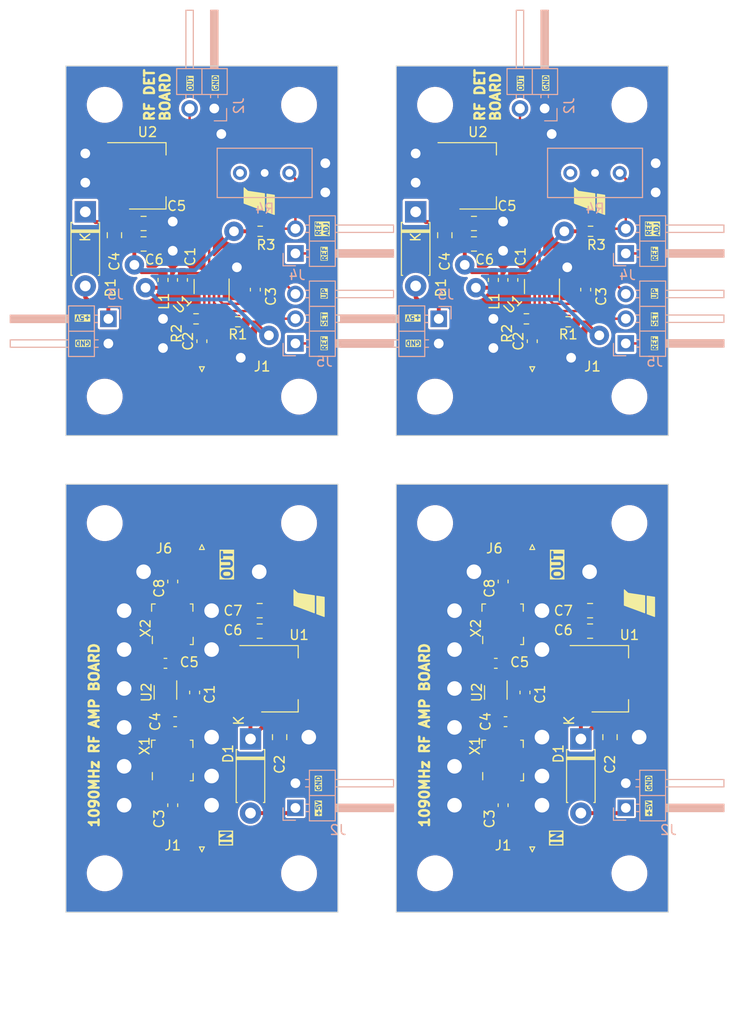
<source format=kicad_pcb>
(kicad_pcb (version 20221018) (generator pcbnew)
  (title_block (title "RF Detector Board") (date "2023-02-17") (rev "A") (company "Pants for Birds"))
  (layers (0 "F.Cu" signal) (31 "B.Cu" signal) (34 "B.Paste" user) (35 "F.Paste" user) (36 "B.SilkS" user "B.Silkscreen") (37 "F.SilkS" user "F.Silkscreen") (38 "B.Mask" user) (39 "F.Mask" user) (44 "Edge.Cuts" user))
  (net 0 "")
  (net 1 "GND")
  (net 2 "Net-(U1-RFIN)")
  (net 3 "Net-(U1-FLTR)")
  (net 4 "Net-(J5-Pin_3)")
  (net 5 "/OUT")
  (net 6 "+3V3")
  (net 7 "Net-(J4-Pin_1)")
  (net 8 "Net-(J4-Pin_2)")
  (net 9 "Net-(J5-Pin_2)")
  (net 10 "Net-(U1-ENBL)")
  (net 11 "/IN")
  (net 12 "+5V")
  (net 13 "Net-(U1-VPOS)")
  (net 14 "Net-(D1-K)")
  (footprint "Capacitor_SMD:C_0805_2012Metric" (layer "F.Cu") (at 110 56.3)
    (fp_text reference "C6")
    (fp_text value "10uF")
  )
  (footprint "Capacitor_SMD:C_0805_2012Metric" (layer "F.Cu") (at 87.95 96.1 180)
    (fp_text reference "C6")
    (fp_text value "10uF")
  )
  (footprint "Capacitor_SMD:C_0603_1608Metric" (layer "F.Cu") (at 79 91 90)
    (fp_text reference "C8")
    (fp_text value "39pF")
  )
  (footprint "Capacitor_SMD:C_0805_2012Metric" (layer "F.Cu") (at 107 55.4 -90)
    (fp_text reference "C4")
    (fp_text value "10uF")
  )
  (footprint "Capacitor_SMD:C_0805_2012Metric" (layer "F.Cu") (at 73 55.4 -90)
    (fp_text reference "C4")
    (fp_text value "10uF")
  )
  (footprint "MountingHole:MountingHole_3.2mm_M3" (layer "F.Cu") (at 92.000001 42 90)
    (fp_text reference "H4" hide)
    (fp_text value "MountingHole")
  )
  (footprint "MountingHole:MountingHole_3.2mm_M3" (layer "F.Cu") (at 106 85 90)
    (fp_text reference "H2" hide)
    (fp_text value "MountingHole")
  )
  (footprint "MountingHole:MountingHole_3.2mm_M3" (layer "F.Cu") (at 126 42.000001 90)
    (fp_text reference "H4" hide)
    (fp_text value "MountingHole")
  )
  (footprint "Custom_Connector_Coaxial:SMA_Amphenol_132289_EdgeMount" (layer "F.Cu") (at 82 72.6375 -90)
    (fp_text reference "J1")
    (fp_text value "Conn_Coaxial")
  )
  (footprint "Capacitor_SMD:C_0805_2012Metric" (layer "F.Cu") (at 121.949999 93.999999 180)
    (fp_text reference "C7")
    (fp_text value "10uF")
  )
  (footprint "Capacitor_SMD:C_0603_1608Metric" (layer "F.Cu") (at 81.249999 102.4125 -90)
    (fp_text reference "C1")
    (fp_text value "22nF")
  )
  (footprint "Package_TO_SOT_SMD:SOT-363_SC-70-6" (layer "F.Cu") (at 78.249999 102.4125 -90)
    (fp_text reference "U2")
    (fp_text value "BGA2818")
  )
  (footprint "MountingHole:MountingHole_3.2mm_M3" (layer "F.Cu") (at 72 85 90)
    (fp_text reference "H2" hide)
    (fp_text value "MountingHole")
  )
  (footprint "Custom_Package_CSP:LFCSP-8-1EP_3x2mm_P0.5mm_EP1.6x1.65mm" (layer "F.Cu") (at 83.000001 61 90)
    (fp_text reference "U1")
    (fp_text value "AD8314")
  )
  (footprint "MountingHole:MountingHole_3.2mm_M3" (layer "F.Cu") (at 106 42 90)
    (fp_text reference "H2" hide)
    (fp_text value "MountingHole")
  )
  (footprint "MountingHole:MountingHole_3.2mm_M3" (layer "F.Cu") (at 92.000001 85 90)
    (fp_text reference "H4" hide)
    (fp_text value "MountingHole")
  )
  (footprint "Resistor_SMD:R_0603_1608Metric" (layer "F.Cu") (at 88 55)
    (fp_text reference "R3")
    (fp_text value "20k")
  )
  (footprint "Custom_Graphic:bird_with_pants_small_flipped" (layer "F.Cu") (at 121.86825 51.671401 90)
    (fp_text reference "GRAPHIC1" hide)
    (fp_text value "Graphic" hide)
  )
  (footprint "Custom_Filter:Filter_SAW-6_3.8x3.8mm" (layer "F.Cu") (at 113 109.4125 90)
    (fp_text reference "X1")
    (fp_text value "SF2321D")
  )
  (footprint "Capacitor_SMD:C_0603_1608Metric" (layer "F.Cu") (at 113 91 90)
    (fp_text reference "C8")
    (fp_text value "39pF")
  )
  (footprint "MountingHole:MountingHole_3.2mm_M3" (layer "F.Cu") (at 92 72 90)
    (fp_text reference "H3" hide)
    (fp_text value "MountingHole")
  )
  (footprint "Capacitor_SMD:C_0603_1608Metric" (layer "F.Cu") (at 115.249999 102.4125 -90)
    (fp_text reference "C1")
    (fp_text value "22nF")
  )
  (footprint "Capacitor_SMD:C_0805_2012Metric" (layer "F.Cu") (at 87.949999 93.999999 180)
    (fp_text reference "C7")
    (fp_text value "10uF")
  )
  (footprint "MountingHole:MountingHole_3.2mm_M3" (layer "F.Cu") (at 72 42 90)
    (fp_text reference "H2" hide)
    (fp_text value "MountingHole")
  )
  (footprint "Capacitor_SMD:C_0603_1608Metric" (layer "F.Cu") (at 114 60 90)
    (fp_text reference "C1")
    (fp_text value "0.1uF")
  )
  (footprint "Custom_Connector_Coaxial:SMA_Amphenol_132289_EdgeMount" (layer "F.Cu") (at 116 72.6375 -90)
    (fp_text reference "J1")
    (fp_text value "Conn_Coaxial")
  )
  (footprint "Custom_Connector_Coaxial:SMA_Amphenol_132289_EdgeMount" (layer "F.Cu") (at 116 84 90)
    (fp_text reference "J6")
    (fp_text value "Conn_Coaxial")
  )
  (footprint "Capacitor_SMD:C_0603_1608Metric" (layer "F.Cu") (at 112.249999 99.4125)
    (fp_text reference "C5")
    (fp_text value "39pF")
  )
  (footprint "MountingHole:MountingHole_3.2mm_M3" (layer "F.Cu") (at 92.000001 121 90)
    (fp_text reference "H3" hide)
    (fp_text value "MountingHole")
  )
  (footprint "Custom_Connector_Coaxial:SMA_Amphenol_132289_EdgeMount" (layer "F.Cu") (at 82 122 -90)
    (fp_text reference "J1")
    (fp_text value "Conn_Coaxial")
  )
  (footprint "Custom_Filter:Filter_SAW-6_3.8x3.8mm" (layer "F.Cu") (at 113 95.4125 90)
    (fp_text reference "X2")
    (fp_text value "SF2321D")
  )
  (footprint "Capacitor_SMD:C_0603_1608Metric" (layer "F.Cu") (at 82 66.3 90)
    (fp_text reference "C2")
    (fp_text value "39pF")
  )
  (footprint "MountingHole:MountingHole_3.2mm_M3" (layer "F.Cu") (at 126.000001 85 90)
    (fp_text reference "H4" hide)
    (fp_text value "MountingHole")
  )
  (footprint "MountingHole:MountingHole_3.2mm_M3" (layer "F.Cu") (at 126 72 90)
    (fp_text reference "H3" hide)
    (fp_text value "MountingHole")
  )
  (footprint "Capacitor_SMD:C_0603_1608Metric" (layer "F.Cu") (at 79.249999 105.412501 180)
    (fp_text reference "C4")
    (fp_text value "39pF")
  )
  (footprint "Resistor_SMD:R_0603_1608Metric" (layer "F.Cu") (at 122 55)
    (fp_text reference "R3")
    (fp_text value "20k")
  )
  (footprint "MountingHole:MountingHole_3.2mm_M3" (layer "F.Cu") (at 126.000001 121 90)
    (fp_text reference "H3" hide)
    (fp_text value "MountingHole")
  )
  (footprint "Custom_Connector_Coaxial:SMA_Amphenol_132289_EdgeMount" (layer "F.Cu") (at 82 84 90)
    (fp_text reference "J6")
    (fp_text value "Conn_Coaxial")
  )
  (footprint "Diode_THT:D_DO-41_SOD81_P7.62mm_Horizontal" (layer "F.Cu") (at 87 107.19 -90)
    (fp_text reference "D1")
    (fp_text value "40V 1A")
  )
  (footprint "Custom_Graphic:bird_with_pants_small_flipped" (layer "F.Cu") (at 127 93.000001 90)
    (fp_text reference "GRAPHIC1" hide)
    (fp_text value "Graphic" hide)
  )
  (footprint "Capacitor_SMD:C_0603_1608Metric" (layer "F.Cu") (at 87.5 61 90)
    (fp_text reference "C3")
    (fp_text value "DNP")
  )
  (footprint "Resistor_SMD:R_0603_1608Metric" (layer "F.Cu") (at 81.4 64 180)
    (fp_text reference "R2")
    (fp_text value "52.3R")
  )
  (footprint "Capacitor_SMD:C_0603_1608Metric" (layer "F.Cu") (at 79 114 90)
    (fp_text reference "C3")
    (fp_text value "39pF")
  )
  (footprint "Inductor_SMD:L_0603_1608Metric" (layer "F.Cu") (at 78 60 90)
    (fp_text reference "L1")
    (fp_text value "100nH")
  )
  (footprint "Capacitor_SMD:C_0805_2012Metric" (layer "F.Cu") (at 90 107 -90)
    (fp_text reference "C2")
    (fp_text value "10uF")
  )
  (footprint "Resistor_SMD:R_0603_1608Metric" (layer "F.Cu") (at 115.4 63.999999 180)
    (fp_text reference "R2")
    (fp_text value "52.3R")
  )
  (footprint "Package_TO_SOT_SMD:SOT-223-3_TabPin2" (layer "F.Cu") (at 110.4 49.3)
    (fp_text reference "U2")
    (fp_text value "AZ1117-3.3")
  )
  (footprint "Resistor_SMD:R_0603_1608Metric" (layer "F.Cu") (at 119.7 64.3 180)
    (fp_text reference "R1")
    (fp_text value "10k")
  )
  (footprint "Inductor_SMD:L_0603_1608Metric" (layer "F.Cu") (at 112 60.000001 90)
    (fp_text reference "L1")
    (fp_text value "100nH")
  )
  (footprint "Capacitor_SMD:C_0805_2012Metric" (layer "F.Cu") (at 76 56.3)
    (fp_text reference "C6")
    (fp_text value "10uF")
  )
  (footprint "MountingHole:MountingHole_3.2mm_M3" (layer "F.Cu") (at 105.999999 72 90)
    (fp_text reference "H1" hide)
    (fp_text value "MountingHole")
  )
  (footprint "Diode_THT:D_DO-41_SOD81_P7.62mm_Horizontal" (layer "F.Cu") (at 70 53 -90)
    (fp_text reference "D1")
    (fp_text value "40V 1A")
  )
  (footprint "Capacitor_SMD:C_0603_1608Metric" (layer "F.Cu") (at 113 114 90)
    (fp_text reference "C3")
    (fp_text value "39pF")
  )
  (footprint "Custom_Filter:Filter_SAW-6_3.8x3.8mm" (layer "F.Cu") (at 79 109.4125 90)
    (fp_text reference "X1")
    (fp_text value "SF2321D")
  )
  (footprint "Custom_Graphic:bird_with_pants_small_flipped" (layer "F.Cu") (at 87.86825 51.6714 90)
    (fp_text reference "GRAPHIC1" hide)
    (fp_text value "Graphic" hide)
  )
  (footprint "Package_TO_SOT_SMD:SOT-223-3_TabPin2" (layer "F.Cu") (at 90 100.999999)
    (fp_text reference "U1")
    (fp_text value "AZ1117-3.3")
  )
  (footprint "Package_TO_SOT_SMD:SOT-223-3_TabPin2" (layer "F.Cu") (at 76.4 49.3)
    (fp_text reference "U2")
    (fp_text value "AZ1117-3.3")
  )
  (footprint "Capacitor_SMD:C_0805_2012Metric" (layer "F.Cu") (at 76 54.2)
    (fp_text reference "C5")
    (fp_text value "10uF")
  )
  (footprint "MountingHole:MountingHole_3.2mm_M3" (layer "F.Cu") (at 106 121 90)
    (fp_text reference "H1" hide)
    (fp_text value "MountingHole")
  )
  (footprint "Capacitor_SMD:C_0603_1608Metric" (layer "F.Cu") (at 113.249999 105.412501 180)
    (fp_text reference "C4")
    (fp_text value "39pF")
  )
  (footprint "Custom_Filter:Filter_SAW-6_3.8x3.8mm" (layer "F.Cu") (at 79 95.4125 90)
    (fp_text reference "X2")
    (fp_text value "SF2321D")
  )
  (footprint "MountingHole:MountingHole_3.2mm_M3" (layer "F.Cu") (at 72 72.000001 90)
    (fp_text reference "H1" hide)
    (fp_text value "MountingHole")
  )
  (footprint "Custom_Connector_Coaxial:SMA_Amphenol_132289_EdgeMount" (layer "F.Cu") (at 116 122 -90)
    (fp_text reference "J1")
    (fp_text value "Conn_Coaxial")
  )
  (footprint "Diode_THT:D_DO-41_SOD81_P7.62mm_Horizontal" (layer "F.Cu") (at 104 53 -90)
    (fp_text reference "D1")
    (fp_text value "40V 1A")
  )
  (footprint "Package_TO_SOT_SMD:SOT-223-3_TabPin2" (layer "F.Cu") (at 124 100.999999)
    (fp_text reference "U1")
    (fp_text value "AZ1117-3.3")
  )
  (footprint "Diode_THT:D_DO-41_SOD81_P7.62mm_Horizontal" (layer "F.Cu") (at 121 107.19 -90)
    (fp_text reference "D1")
    (fp_text value "40V 1A")
  )
  (footprint "Custom_Graphic:bird_with_pants_small_flipped" (layer "F.Cu") (at 93 93.000001 90)
    (fp_text reference "GRAPHIC1" hide)
    (fp_text value "Graphic" hide)
  )
  (footprint "Capacitor_SMD:C_0805_2012Metric" (layer "F.Cu") (at 121.95 96.1 180)
    (fp_text reference "C6")
    (fp_text value "10uF")
  )
  (footprint "Package_TO_SOT_SMD:SOT-363_SC-70-6" (layer "F.Cu") (at 112.249999 102.4125 -90)
    (fp_text reference "U2")
    (fp_text value "BGA2818")
  )
  (footprint "Resistor_SMD:R_0603_1608Metric" (layer "F.Cu") (at 85.7 64.3 180)
    (fp_text reference "R1")
    (fp_text value "10k")
  )
  (footprint "Capacitor_SMD:C_0603_1608Metric" (layer "F.Cu") (at 116 66.3 90)
    (fp_text reference "C2")
    (fp_text value "39pF")
  )
  (footprint "Capacitor_SMD:C_0603_1608Metric" (layer "F.Cu") (at 121.499999 61 90)
    (fp_text reference "C3")
    (fp_text value "DNP")
  )
  (footprint "MountingHole:MountingHole_3.2mm_M3" (layer "F.Cu") (at 72 121 90)
    (fp_text reference "H1" hide)
    (fp_text value "MountingHole")
  )
  (footprint "Capacitor_SMD:C_0805_2012Metric" (layer "F.Cu") (at 109.999999 54.2)
    (fp_text reference "C5")
    (fp_text value "10uF")
  )
  (footprint "Capacitor_SMD:C_0603_1608Metric" (layer "F.Cu") (at 78.249999 99.4125)
    (fp_text reference "C5")
    (fp_text value "39pF")
  )
  (footprint "Capacitor_SMD:C_0603_1608Metric" (layer "F.Cu") (at 80 60 90)
    (fp_text reference "C1")
    (fp_text value "0.1uF")
  )
  (footprint "Custom_Package_CSP:LFCSP-8-1EP_3x2mm_P0.5mm_EP1.6x1.65mm" (layer "F.Cu") (at 117 60.999999 90)
    (fp_text reference "U1")
    (fp_text value "AD8314")
  )
  (footprint "Capacitor_SMD:C_0805_2012Metric" (layer "F.Cu") (at 124 107 -90)
    (fp_text reference "C2")
    (fp_text value "10uF")
  )
  (footprint "Connector_PinHeader_2.54mm:PinHeader_1x02_P2.54mm_Horizontal" (layer "B.Cu") (at 91.625 114.274999)
    (fp_text reference "J2")
    (fp_text value "Conn_01x02_Male")
  )
  (footprint "Connector_PinHeader_2.54mm:PinHeader_1x02_P2.54mm_Horizontal" (layer "B.Cu") (at 125.625 114.274999)
    (fp_text reference "J2")
    (fp_text value "Conn_01x02_Male")
  )
  (footprint "Connector_PinHeader_2.54mm:PinHeader_1x02_P2.54mm_Horizontal" (layer "B.Cu") (at 83.275 42.375 90)
    (fp_text reference "J2")
    (fp_text value "Conn_01x02_Male")
  )
  (footprint "Potentiometer_THT:Potentiometer_Bourns_3296W_Vertical" (layer "B.Cu") (at 125 49)
    (fp_text reference "R4")
    (fp_text value "10k")
  )
  (footprint "Connector_PinHeader_2.54mm:PinHeader_1x02_P2.54mm_Horizontal" (layer "B.Cu") (at 72.375 64 180)
    (fp_text reference "J3")
    (fp_text value "Conn_01x02_Male")
  )
  (footprint "Connector_PinHeader_2.54mm:PinHeader_1x02_P2.54mm_Horizontal" (layer "B.Cu") (at 117.275 42.375 90)
    (fp_text reference "J2")
    (fp_text value "Conn_01x02_Male")
  )
  (footprint "Connector_PinHeader_2.54mm:PinHeader_1x02_P2.54mm_Horizontal" (layer "B.Cu") (at 106.375 64 180)
    (fp_text reference "J3")
    (fp_text value "Conn_01x02_Male")
  )
  (footprint "Potentiometer_THT:Potentiometer_Bourns_3296W_Vertical" (layer "B.Cu") (at 91 49)
    (fp_text reference "R4")
    (fp_text value "10k")
  )
  (footprint "Connector_PinHeader_2.54mm:PinHeader_1x02_P2.54mm_Horizontal" (layer "B.Cu") (at 91.625 57.275)
    (fp_text reference "J4")
    (fp_text value "Conn_01x02_Male")
  )
  (footprint "Connector_PinHeader_2.54mm:PinHeader_1x03_P2.54mm_Horizontal" (layer "B.Cu") (at 91.625 66.524999)
    (fp_text reference "J5")
    (fp_text value "Conn_01x03_Male")
  )
  (footprint "Connector_PinHeader_2.54mm:PinHeader_1x02_P2.54mm_Horizontal" (layer "B.Cu") (at 125.625 57.275)
    (fp_text reference "J4")
    (fp_text value "Conn_01x02_Male")
  )
  (footprint "Connector_PinHeader_2.54mm:PinHeader_1x03_P2.54mm_Horizontal" (layer "B.Cu") (at 125.625 66.524999)
    (fp_text reference "J5")
    (fp_text value "Conn_01x03_Male")
  )
  (gr_poly (pts (xy 68 125) (xy 68 81) (xy 96 81) (xy 96 125)) (stroke (width 0.1)) (fill none) (layer "Edge.Cuts"))
  (gr_poly (pts (xy 102 76) (xy 102 38) (xy 130.000001 38) (xy 130 76)) (stroke (width 0.1)) (fill none) (layer "Edge.Cuts"))
  (gr_poly (pts (xy 102 125) (xy 102 81) (xy 130 81) (xy 130 125)) (stroke (width 0.1)) (fill none) (layer "Edge.Cuts"))
  (gr_poly (pts (xy 68 76.000001) (xy 68 38) (xy 96 38) (xy 96 76)) (stroke (width 0.1)) (fill none) (layer "Edge.Cuts"))
  (gr_text "REV A" (at 87.9 46.1 90) (layer "F.Cu") (effects (font (size 1.5 1.5) (thickness 0.3) bold) (justify left bottom)))
  (gr_text "REV A" (at 72 95.999999 90) (layer "F.Cu") (effects (font (size 1.5 1.5) (thickness 0.3) bold) (justify left bottom)))
  (gr_text "REV A" (at 106 95.999999 90) (layer "F.Cu") (effects (font (size 1.5 1.5) (thickness 0.3) bold) (justify left bottom)))
  (gr_text "REV A" (at 121.9 46.1 90) (layer "F.Cu") (effects (font (size 1.5 1.5) (thickness 0.3) bold) (justify left bottom)))
  (gr_text "UP" (at 94.9 62 90) (layer "F.SilkS" knockout) (effects (font (size 0.5 0.5) (thickness 0.125)) (justify left bottom)))
  (gr_text "GND" (at 70.6 66.2 180) (layer "F.SilkS" knockout) (effects (font (size 0.5 0.5) (thickness 0.125)) (justify left bottom)))
  (gr_text "1090MHz RF AMP BOARD" (at 71.5 116.4 90) (layer "F.SilkS") (effects (font (size 1 1) (thickness 0.25) bold) (justify left bottom)))
  (gr_text "+5V" (at 128.3 115.2 90) (layer "F.SilkS" knockout) (effects (font (size 0.5 0.5) (thickness 0.125)) (justify left bottom)))
  (gr_text "1090MHz RF AMP BOARD" (at 105.5 116.4 90) (layer "F.SilkS") (effects (font (size 1 1) (thickness 0.25) bold) (justify left bottom)))
  (gr_text "+5V" (at 70.6 63.6 180) (layer "F.SilkS" knockout) (effects (font (size 0.5 0.5) (thickness 0.125)) (justify left bottom)))
  (gr_text "SET" (at 128.9 64.799999 90) (layer "F.SilkS" knockout) (effects (font (size 0.5 0.5) (thickness 0.125)) (justify left bottom)))
  (gr_text "OUT" (at 81.1 40.6 90) (layer "F.SilkS" knockout) (effects (font (size 0.5 0.5) (thickness 0.125)) (justify left bottom)))
  (gr_text "REF" (at 94.9 58.1 90) (layer "F.SilkS" knockout) (effects (font (size 0.5 0.5) (thickness 0.125)) (justify left bottom)))
  (gr_text "REF\nADJ" (at 95.1 55.5 90) (layer "F.SilkS" knockout) (effects (font (size 0.5 0.5) (thickness 0.125)) (justify left bottom)))
  (gr_text "SET" (at 94.9 64.8 90) (layer "F.SilkS" knockout) (effects (font (size 0.5 0.5) (thickness 0.125)) (justify left bottom)))
  (gr_text "GND" (at 128.3 112.6 90) (layer "F.SilkS" knockout) (effects (font (size 0.5 0.5) (thickness 0.125)) (justify left bottom)))
  (gr_text "REF\nADJ" (at 129.1 55.5 90) (layer "F.SilkS" knockout) (effects (font (size 0.5 0.5) (thickness 0.125)) (justify left bottom)))
  (gr_text "IN" (at 119.1 118.3 90) (layer "F.SilkS" knockout) (effects (font (size 1 1) (thickness 0.25) bold) (justify left bottom)))
  (gr_text "REF" (at 128.9 58.1 90) (layer "F.SilkS" knockout) (effects (font (size 0.5 0.5) (thickness 0.125)) (justify left bottom)))
  (gr_text "OUT" (at 85.2 90.899999 90) (layer "F.SilkS" knockout) (effects (font (size 1 1) (thickness 0.25) bold) (justify left bottom)))
  (gr_text "GND" (at 83.7 40.6 90) (layer "F.SilkS" knockout) (effects (font (size 0.5 0.5) (thickness 0.125)) (justify left bottom)))
  (gr_text "OUT" (at 119.2 90.899999 90) (layer "F.SilkS" knockout) (effects (font (size 1 1) (thickness 0.25) bold) (justify left bottom)))
  (gr_text "+5V" (at 104.6 63.6 180) (layer "F.SilkS" knockout) (effects (font (size 0.5 0.5) (thickness 0.125)) (justify left bottom)))
  (gr_text "OUT" (at 115.1 40.6 90) (layer "F.SilkS" knockout) (effects (font (size 0.5 0.5) (thickness 0.125)) (justify left bottom)))
  (gr_text "RF DET\nBOARD" (at 78.8 43.8 90) (layer "F.SilkS") (effects (font (size 1 1) (thickness 0.25) bold) (justify left bottom)))
  (gr_text "RF DET\nBOARD" (at 112.8 43.8 90) (layer "F.SilkS") (effects (font (size 1 1) (thickness 0.25) bold) (justify left bottom)))
  (gr_text "GND" (at 94.3 112.6 90) (layer "F.SilkS" knockout) (effects (font (size 0.5 0.5) (thickness 0.125)) (justify left bottom)))
  (gr_text "REF" (at 128.9 67.3 90) (layer "F.SilkS" knockout) (effects (font (size 0.5 0.5) (thickness 0.125)) (justify left bottom)))
  (gr_text "REF" (at 94.9 67.3 90) (layer "F.SilkS" knockout) (effects (font (size 0.5 0.5) (thickness 0.125)) (justify left bottom)))
  (gr_text "IN" (at 85.1 118.3 90) (layer "F.SilkS" knockout) (effects (font (size 1 1) (thickness 0.25) bold) (justify left bottom)))
  (gr_text "+5V" (at 94.3 115.2 90) (layer "F.SilkS" knockout) (effects (font (size 0.5 0.5) (thickness 0.125)) (justify left bottom)))
  (gr_text "GND" (at 104.6 66.2 180) (layer "F.SilkS" knockout) (effects (font (size 0.5 0.5) (thickness 0.125)) (justify left bottom)))
  (gr_text "GND" (at 117.7 40.6 90) (layer "F.SilkS" knockout) (effects (font (size 0.5 0.5) (thickness 0.125)) (justify left bottom)))
  (gr_text "UP" (at 128.9 61.999999 90) (layer "F.SilkS" knockout) (effects (font (size 0.5 0.5) (thickness 0.125)) (justify left bottom)))
  (segment (start 113.225 113) (end 113.225 110.9725) (width 0.4) (layer "F.Cu") (net 0))
  (segment (start 80.024999 106.075001) (end 80.024999 105.4125) (width 0.4) (layer "F.Cu") (net 0))
  (segment (start 113 108.0125) (end 113 107.1) (width 0.4) (layer "F.Cu") (net 0))
  (segment (start 79.024999 99.4125) (end 79.024999 96.837499) (width 0.4) (layer "F.Cu") (net 0))
  (segment (start 79 108.0125) (end 79 107.1) (width 0.4) (layer "F.Cu") (net 0))
  (segment (start 112.899999 104.9875) (end 112.474999 105.4125) (width 0.4) (layer "F.Cu") (net 0))
  (segment (start 111.599999 101.4625) (end 111.599999 99.5375) (width 0.4) (layer "F.Cu") (net 0))
  (segment (start 78.899999 103.3625) (end 78.899999 104.9875) (width 0.4) (layer "F.Cu") (net 0))
  (segment (start 114.024999 106.075001) (end 114.024999 105.4125) (width 0.4) (layer "F.Cu") (net 0))
  (segment (start 79 91.775) (end 79 94.0125) (width 0.4) (layer "F.Cu") (net 0))
  (segment (start 79 107.1) (end 80.024999 106.075001) (width 0.4) (layer "F.Cu") (net 0))
  (segment (start 77.599999 101.4625) (end 77.599999 99.5375) (width 0.4) (layer "F.Cu") (net 0))
  (segment (start 113 107.1) (end 114.024999 106.075001) (width 0.4) (layer "F.Cu") (net 0))
  (segment (start 111.599999 99.5375) (end 111.474999 99.412499) (width 0.4) (layer "F.Cu") (net 0))
  (segment (start 113.024999 99.4125) (end 113.024999 96.837499) (width 0.4) (layer "F.Cu") (net 0))
  (segment (start 79.225 113) (end 79.225 110.9725) (width 0.4) (layer "F.Cu") (net 0))
  (segment (start 77.599999 99.5375) (end 77.474999 99.412499) (width 0.4) (layer "F.Cu") (net 0))
  (segment (start 78.899999 104.9875) (end 78.474999 105.4125) (width 0.4) (layer "F.Cu") (net 0))
  (segment (start 113 91.775) (end 113 94.0125) (width 0.4) (layer "F.Cu") (net 0))
  (segment (start 112.899999 103.3625) (end 112.899999 104.9875) (width 0.4) (layer "F.Cu") (net 0))
  (segment (start 80.575 64) (end 79.7 64) (width 0.4) (layer "F.Cu") (net 1))
  (segment (start 114.574999 64) (end 113.7 64) (width 0.4) (layer "F.Cu") (net 1))
  (via (at 83.000001 107) (size 2.5) (drill 1.5) (layers "F.Cu" "B.Cu") (net 1))
  (via (at 118 45) (size 2) (drill 1) (layers "F.Cu" "B.Cu") (net 1))
  (via (at 117.000001 94) (size 2.5) (drill 1.5) (layers "F.Cu" "B.Cu") (net 1))
  (via (at 74 106) (size 2.5) (drill 1.5) (layers "F.Cu" "B.Cu") (net 1))
  (via (at 74 102) (size 2.5) (drill 1.5) (layers "F.Cu" "B.Cu") (net 1))
  (via (at 76 90) (size 2.5) (drill 1.5) (layers "F.Cu" "B.Cu") (net 1))
  (via (at 108.000001 98) (size 2.5) (drill 1.5) (layers "F.Cu" "B.Cu") (net 1))
  (via (at 108 93.999999) (size 2.5) (drill 1.5) (layers "F.Cu" "B.Cu") (net 1))
  (via (at 108 102) (size 2.5) (drill 1.5) (layers "F.Cu" "B.Cu") (net 1))
  (via (at 108 114) (size 2.5) (drill 1.5) (layers "F.Cu" "B.Cu") (net 1))
  (via (at 87.9 90) (size 2.5) (drill 1.5) (layers "F.Cu" "B.Cu") (net 1))
  (via (at 74 110) (size 2.5) (drill 1.5) (layers "F.Cu" "B.Cu") (net 1))
  (via (at 74 93.999999) (size 2.5) (drill 1.5) (layers "F.Cu" "B.Cu") (net 1))
  (via (at 108 110) (size 2.5) (drill 1.5) (layers "F.Cu" "B.Cu") (net 1))
  (via (at 85.6 58.7) (size 2) (drill 1) (layers "F.Cu" "B.Cu") (net 1))
  (via (at 86 67.999999) (size 2) (drill 1) (layers "F.Cu" "B.Cu") (net 1))
  (via (at 128.7 48) (size 2) (drill 1) (layers "F.Cu" "B.Cu") (net 1))
  (via (at 94.7 48) (size 2) (drill 1) (layers "F.Cu" "B.Cu") (net 1))
  (via (at 74.000001 98) (size 2.5) (drill 1.5) (layers "F.Cu" "B.Cu") (net 1))
  (via (at 92.999999 107) (size 2.5) (drill 1.5) (layers "F.Cu" "B.Cu") (net 1))
  (via (at 128.7 51) (size 2) (drill 1) (layers "F.Cu" "B.Cu") (net 1))
  (via (at 117 111) (size 2.5) (drill 1.5) (layers "F.Cu" "B.Cu") (net 1))
  (via (at 94.7 51) (size 2) (drill 1) (layers "F.Cu" "B.Cu") (net 1))
  (via (at 70 50) (size 2) (drill 1) (layers "F.Cu" "B.Cu") (net 1))
  (via (at 69.999999 47) (size 2) (drill 1) (layers "F.Cu" "B.Cu") (net 1))
  (via (at 117.000001 107) (size 2.5) (drill 1.5) (layers "F.Cu" "B.Cu") (net 1))
  (via (at 126.999999 107) (size 2.5) (drill 1.5) (layers "F.Cu" "B.Cu") (net 1))
  (via (at 112 63.999999) (size 2) (drill 1) (layers "F.Cu" "B.Cu") (net 1))
  (via (at 108 106) (size 2.5) (drill 1.5) (layers "F.Cu" "B.Cu") (net 1))
  (via (at 117 114) (size 2.5) (drill 1.5) (layers "F.Cu" "B.Cu") (net 1))
  (via (at 79 57) (size 2) (drill 1) (layers "F.Cu" "B.Cu") (net 1))
  (via (at 83 111) (size 2.5) (drill 1.5) (layers "F.Cu" "B.Cu") (net 1))
  (via (at 83 114) (size 2.5) (drill 1.5) (layers "F.Cu" "B.Cu") (net 1))
  (via (at 117.000001 98) (size 2.5) (drill 1.5) (layers "F.Cu" "B.Cu") (net 1))
  (via (at 113 57) (size 2) (drill 1) (layers "F.Cu" "B.Cu") (net 1))
  (via (at 78 64) (size 2) (drill 1) (layers "F.Cu" "B.Cu") (net 1))
  (via (at 83.000001 94) (size 2.5) (drill 1.5) (layers "F.Cu" "B.Cu") (net 1))
  (via (at 104 50) (size 2) (drill 1) (layers "F.Cu" "B.Cu") (net 1))
  (via (at 113 54) (size 2) (drill 1) (layers "F.Cu" "B.Cu") (net 1))
  (via (at 119.6 58.7) (size 2) (drill 1) (layers "F.Cu" "B.Cu") (net 1))
  (via (at 84 45) (size 2) (drill 1) (layers "F.Cu" "B.Cu") (net 1))
  (via (at 74 114) (size 2.5) (drill 1.5) (layers "F.Cu" "B.Cu") (net 1))
  (via (at 112 67) (size 2) (drill 1) (layers "F.Cu" "B.Cu") (net 1))
  (via (at 110 90) (size 2.5) (drill 1.5) (layers "F.Cu" "B.Cu") (net 1))
  (via (at 79 54) (size 2) (drill 1) (layers "F.Cu" "B.Cu") (net 1))
  (via (at 121.9 90) (size 2.5) (drill 1.5) (layers "F.Cu" "B.Cu") (net 1))
  (via (at 78 67) (size 2) (drill 1) (layers "F.Cu" "B.Cu") (net 1))
  (via (at 83.000001 98) (size 2.5) (drill 1.5) (layers "F.Cu" "B.Cu") (net 1))
  (via (at 104 47) (size 2) (drill 1) (layers "F.Cu" "B.Cu") (net 1))
  (via (at 120 68) (size 2) (drill 1) (layers "F.Cu" "B.Cu") (net 1))
  (segment (start 82.2 64.025) (end 82.225 64) (width 0.4) (layer "F.Cu") (net 2))
  (segment (start 82.25 61.8) (end 82.25 63.975) (width 0.25) (layer "F.Cu") (net 2))
  (segment (start 116.25 61.8) (end 116.25 63.975) (width 0.25) (layer "F.Cu") (net 2))
  (segment (start 82.2 65.525) (end 82.2 64.025) (width 0.4) (layer "F.Cu") (net 2))
  (segment (start 82.25 63.975) (end 82.225 64) (width 0.25) (layer "F.Cu") (net 2))
  (segment (start 116.2 65.525) (end 116.2 64.025002) (width 0.4) (layer "F.Cu") (net 2))
  (segment (start 116.2 64.025002) (end 116.225001 64) (width 0.4) (layer "F.Cu") (net 2))
  (segment (start 116.25 63.975) (end 116.225001 64) (width 0.25) (layer "F.Cu") (net 2))
  (segment (start 121.5 61.775) (end 120.825 62.45) (width 0.25) (layer "F.Cu") (net 3))
  (segment (start 120.825 62.45) (end 118.15 62.45) (width 0.25) (layer "F.Cu") (net 3))
  (segment (start 83.75 61.8) (end 83.75 62.05) (width 0.25) (layer "F.Cu") (net 3))
  (segment (start 86.825 62.45) (end 84.15 62.45) (width 0.25) (layer "F.Cu") (net 3))
  (segment (start 83.75 62.05) (end 84.15 62.45) (width 0.25) (layer "F.Cu") (net 3))
  (segment (start 117.750001 62.05) (end 118.15 62.45) (width 0.25) (layer "F.Cu") (net 3))
  (segment (start 87.5 61.775) (end 86.825 62.45) (width 0.25) (layer "F.Cu") (net 3))
  (segment (start 117.749999 61.8) (end 117.750001 62.05) (width 0.25) (layer "F.Cu") (net 3))
  (segment (start 87.5 57.9) (end 87.5 60.225) (width 0.25) (layer "F.Cu") (net 4))
  (segment (start 118.3 57.1) (end 120.7 57.1) (width 0.25) (layer "F.Cu") (net 4))
  (segment (start 121.499999 57.9) (end 121.5 60.225) (width 0.25) (layer "F.Cu") (net 4))
  (segment (start 90.405 60.225) (end 91.625 61.445) (width 0.25) (layer "F.Cu") (net 4))
  (segment (start 84.3 57.1) (end 86.7 57.1) (width 0.25) (layer "F.Cu") (net 4))
  (segment (start 117.25 60.2) (end 117.25 58.15) (width 0.25) (layer "F.Cu") (net 4))
  (segment (start 83.25 60.2) (end 83.25 58.15) (width 0.25) (layer "F.Cu") (net 4))
  (segment (start 121.5 60.225) (end 124.405 60.225) (width 0.25) (layer "F.Cu") (net 4))
  (segment (start 124.405 60.225) (end 125.624999 61.445) (width 0.25) (layer "F.Cu") (net 4))
  (segment (start 83.25 58.15) (end 84.3 57.1) (width 0.25) (layer "F.Cu") (net 4))
  (segment (start 86.7 57.1) (end 87.5 57.9) (width 0.25) (layer "F.Cu") (net 4))
  (segment (start 120.7 57.1) (end 121.499999 57.9) (width 0.25) (layer "F.Cu") (net 4))
  (segment (start 87.5 60.225) (end 90.405 60.225) (width 0.25) (layer "F.Cu") (net 4))
  (segment (start 117.25 58.15) (end 118.3 57.1) (width 0.25) (layer "F.Cu") (net 4))
  (segment (start 80.735 42.375) (end 80.735 45.335) (width 0.25) (layer "F.Cu") (net 5))
  (segment (start 114.735001 42.375) (end 114.735 45.334999) (width 0.25) (layer "F.Cu") (net 5))
  (segment (start 114.735 45.334999) (end 116.75 47.35) (width 0.25) (layer "F.Cu") (net 5))
  (segment (start 80.375 90.225) (end 79 90.225) (width 1.073) (layer "F.Cu") (net 5))
  (segment (start 116 83.85) (end 116 88.6) (width 1.073) (layer "F.Cu") (net 5))
  (segment (start 116.75 47.35) (end 116.75 60.2) (width 0.25) (layer "F.Cu") (net 5))
  (segment (start 82 83.85) (end 82 88.6) (width 1.073) (layer "F.Cu") (net 5))
  (segment (start 80.735 45.335) (end 82.75 47.349999) (width 0.25) (layer "F.Cu") (net 5))
  (segment (start 82 88.6) (end 80.375 90.225) (width 1.073) (layer "F.Cu") (net 5))
  (segment (start 116 88.6) (end 114.375 90.225) (width 1.073) (layer "F.Cu") (net 5))
  (segment (start 114.375 90.225) (end 113 90.225) (width 1.073) (layer "F.Cu") (net 5))
  (segment (start 82.75 47.349999) (end 82.749999 60.2) (width 0.25) (layer "F.Cu") (net 5))
  (segment (start 75.05 56) (end 75.05 49.05) (width 0.4) (layer "F.Cu") (net 6))
  (segment (start 109.8 59.2) (end 111.9875 59.2) (width 0.4) (layer "F.Cu") (net 6))
  (segment (start 78.899999 101.4625) (end 81.074999 101.4625) (width 0.4) (layer "F.Cu") (net 6))
  (segment (start 113.550001 49) (end 109 49) (width 0.4) (layer "F.Cu") (net 6))
  (segment (start 81.249999 101.6375) (end 81.887499 101) (width 0.4) (layer "F.Cu") (net 6))
  (segment (start 75.05 49.05) (end 75 49) (width 0.4) (layer "F.Cu") (net 6))
  (segment (start 115.249999 101.6375) (end 115.887499 101) (width 0.4) (layer "F.Cu") (net 6))
  (segment (start 88.899999 94) (end 88.899999 100.999999) (width 0.4) (layer "F.Cu") (net 6))
  (segment (start 109.05 49.049999) (end 109 49) (width 0.4) (layer "F.Cu") (net 6))
  (segment (start 111.9875 59.2) (end 112 59.2125) (width 0.4) (layer "F.Cu") (net 6))
  (segment (start 81.887499 101) (end 86.85 101) (width 0.4) (layer "F.Cu") (net 6))
  (segment (start 88.9 101) (end 93.15 101) (width 0.4) (layer "F.Cu") (net 6))
  (segment (start 109.05 58.45) (end 109.8 59.2) (width 0.4) (layer "F.Cu") (net 6))
  (segment (start 120.85 101) (end 122.9 101) (width 0.4) (layer "F.Cu") (net 6))
  (segment (start 75.05 56) (end 75.05 58.45) (width 0.4) (layer "F.Cu") (net 6))
  (segment (start 79.55 49) (end 75 49) (width 0.4) (layer "F.Cu") (net 6))
  (segment (start 121.175 55) (end 119.3 55) (width 0.4) (layer "F.Cu") (net 6))
  (segment (start 109.050001 56) (end 109.05 58.45) (width 0.4) (layer "F.Cu") (net 6))
  (segment (start 109 49) (end 107.25 49) (width 0.4) (layer "F.Cu") (net 6))
  (segment (start 115.887499 101) (end 120.85 101) (width 0.4) (layer "F.Cu") (net 6))
  (segment (start 87.175 55) (end 85.3 55) (width 0.4) (layer "F.Cu") (net 6))
  (segment (start 77.9875 59.2) (end 78 59.2125) (width 0.4) (layer "F.Cu") (net 6))
  (segment (start 122.899999 100.999999) (end 122.9 101) (width 0.4) (layer "F.Cu") (net 6))
  (segment (start 109.050001 56) (end 109.05 49.049999) (width 0.4) (layer "F.Cu") (net 6))
  (segment (start 75.8 59.2) (end 77.9875 59.2) (width 0.4) (layer "F.Cu") (net 6))
  (segment (start 122.9 101) (end 127.15 101) (width 0.4) (layer "F.Cu") (net 6))
  (segment (start 75.05 58.45) (end 75.8 59.2) (width 0.4) (layer "F.Cu") (net 6))
  (segment (start 122.899999 94) (end 122.899999 100.999999) (width 0.4) (layer "F.Cu") (net 6))
  (segment (start 81.074999 101.4625) (end 81.249999 101.6375) (width 0.4) (layer "F.Cu") (net 6))
  (segment (start 88.899999 100.999999) (end 88.9 101) (width 0.4) (layer "F.Cu") (net 6))
  (segment (start 115.074999 101.4625) (end 115.249999 101.6375) (width 0.4) (layer "F.Cu") (net 6))
  (segment (start 75 49) (end 73.25 49) (width 0.4) (layer "F.Cu") (net 6))
  (segment (start 86.85 101) (end 88.9 101) (width 0.4) (layer "F.Cu") (net 6))
  (segment (start 112.899999 101.4625) (end 115.074999 101.4625) (width 0.4) (layer "F.Cu") (net 6))
  (via (at 109.05 58.45) (size 2) (drill 1) (layers "F.Cu" "B.Cu") (net 6))
  (via (at 75.05 58.45) (size 2) (drill 1) (layers "F.Cu" "B.Cu") (net 6))
  (via (at 85.3 55) (size 2) (drill 1) (layers "F.Cu" "B.Cu") (net 6))
  (via (at 119.3 55) (size 2) (drill 1) (layers "F.Cu" "B.Cu") (net 6))
  (segment (start 115.3 59) (end 119.3 55) (width 0.4) (layer "B.Cu") (net 6))
  (segment (start 75.6 59) (end 81.3 58.999999) (width 0.4) (layer "B.Cu") (net 6))
  (segment (start 109.05 58.45) (end 109.6 59) (width 0.4) (layer "B.Cu") (net 6))
  (segment (start 81.3 58.999999) (end 85.3 55) (width 0.4) (layer "B.Cu") (net 6))
  (segment (start 75.05 58.45) (end 75.6 59) (width 0.4) (layer "B.Cu") (net 6))
  (segment (start 109.6 59) (end 115.3 59) (width 0.4) (layer "B.Cu") (net 6))
  (segment (start 93.5 65.9) (end 93.5 57.8) (width 0.25) (layer "F.Cu") (net 7))
  (segment (start 91.625 66.524999) (end 92.875 66.525) (width 0.25) (layer "F.Cu") (net 7))
  (segment (start 93.5 57.8) (end 92.975 57.275) (width 0.25) (layer "F.Cu") (net 7))
  (segment (start 127.5 65.9) (end 127.5 57.799999) (width 0.25) (layer "F.Cu") (net 7))
  (segment (start 125.625 66.524999) (end 126.875 66.525) (width 0.25) (layer "F.Cu") (net 7))
  (segment (start 126.975 57.275) (end 125.625 57.275) (width 0.25) (layer "F.Cu") (net 7))
  (segment (start 92.875 66.525) (end 93.5 65.9) (width 0.25) (layer "F.Cu") (net 7))
  (segment (start 92.975 57.275) (end 91.625 57.275) (width 0.25) (layer "F.Cu") (net 7))
  (segment (start 127.5 57.799999) (end 126.975 57.275) (width 0.25) (layer "F.Cu") (net 7))
  (segment (start 126.875 66.525) (end 127.5 65.9) (width 0.25) (layer "F.Cu") (net 7))
  (segment (start 91.625001 54.735) (end 91.625 49.625) (width 0.25) (layer "F.Cu") (net 8))
  (segment (start 122.824999 55) (end 123.09 54.735) (width 0.25) (layer "F.Cu") (net 8))
  (segment (start 125.624999 49.625) (end 125 49) (width 0.25) (layer "F.Cu") (net 8))
  (segment (start 89.09 54.735) (end 91.625001 54.735) (width 0.25) (layer "F.Cu") (net 8))
  (segment (start 125.625 54.734999) (end 125.624999 49.625) (width 0.25) (layer "F.Cu") (net 8))
  (segment (start 88.825 55) (end 89.09 54.735) (width 0.25) (layer "F.Cu") (net 8))
  (segment (start 123.09 54.735) (end 125.625 54.734999) (width 0.25) (layer "F.Cu") (net 8))
  (segment (start 91.625 49.625) (end 91 49) (width 0.25) (layer "F.Cu") (net 8))
  (segment (start 122 63.2) (end 122.785 63.985) (width 0.25) (layer "F.Cu") (net 9))
  (segment (start 84.085 63.2) (end 88 63.2) (width 0.25) (layer "F.Cu") (net 9))
  (segment (start 88.785 63.985) (end 91.625 63.985) (width 0.25) (layer "F.Cu") (net 9))
  (segment (start 122.785 63.985) (end 125.625 63.985) (width 0.25) (layer "F.Cu") (net 9))
  (segment (start 88 63.2) (end 88.785 63.985) (width 0.25) (layer "F.Cu") (net 9))
  (segment (start 117.25 61.8) (end 117.25 62.365) (width 0.25) (layer "F.Cu") (net 9))
  (segment (start 83.25 62.365) (end 84.085 63.2) (width 0.25) (layer "F.Cu") (net 9))
  (segment (start 83.25 61.8) (end 83.25 62.365) (width 0.25) (layer "F.Cu") (net 9))
  (segment (start 117.25 62.365) (end 118.085 63.2) (width 0.25) (layer "F.Cu") (net 9))
  (segment (start 118.085 63.2) (end 122 63.2) (width 0.25) (layer "F.Cu") (net 9))
  (segment (start 84.438604 64.275) (end 84.7 64.275001) (width 0.25) (layer "F.Cu") (net 10))
  (segment (start 82.75 61.8) (end 82.75 62.586396) (width 0.25) (layer "F.Cu") (net 10))
  (segment (start 116.75 61.8) (end 116.75 62.586396) (width 0.25) (layer "F.Cu") (net 10))
  (segment (start 82.75 62.586396) (end 84.438604 64.275) (width 0.25) (layer "F.Cu") (net 10))
  (segment (start 116.75 62.586396) (end 118.438604 64.275001) (width 0.25) (layer "F.Cu") (net 10))
  (segment (start 118.438604 64.275001) (end 118.7 64.275001) (width 0.25) (layer "F.Cu") (net 10))
  (segment (start 116 72.7875) (end 116 67.075) (width 1.073) (layer "F.Cu") (net 11))
  (segment (start 116 122.15) (end 116 116.4) (width 1.073) (layer "F.Cu") (net 11))
  (segment (start 116 116.4) (end 114.375 114.775) (width 1.073) (layer "F.Cu") (net 11))
  (segment (start 82 116.4) (end 80.375 114.775) (width 1.073) (layer "F.Cu") (net 11))
  (segment (start 80.375 114.775) (end 79 114.775) (width 1.073) (layer "F.Cu") (net 11))
  (segment (start 82 122.15) (end 82 116.4) (width 1.073) (layer "F.Cu") (net 11))
  (segment (start 114.375 114.775) (end 113 114.775) (width 1.073) (layer "F.Cu") (net 11))
  (segment (start 82 72.7875) (end 82 67.075) (width 1.073) (layer "F.Cu") (net 11))
  (segment (start 121 114.81) (end 125.089999 114.81) (width 0.4) (layer "F.Cu") (net 12))
  (segment (start 106.375 64) (end 106.374999 62.775) (width 0.4) (layer "F.Cu") (net 12))
  (segment (start 87 114.81) (end 91.089999 114.81) (width 0.4) (layer "F.Cu") (net 12))
  (segment (start 72.375 62.774999) (end 71.9 62.3) (width 0.4) (layer "F.Cu") (net 12))
  (segment (start 70.5 62.3) (end 70 61.8) (width 0.4) (layer "F.Cu") (net 12))
  (segment (start 104 61.8) (end 104 60.62) (width 0.4) (layer "F.Cu") (net 12))
  (segment (start 72.375 64) (end 72.375 62.774999) (width 0.4) (layer "F.Cu") (net 12))
  (segment (start 71.9 62.3) (end 70.5 62.3) (width 0.4) (layer "F.Cu") (net 12))
  (segment (start 106.374999 62.775) (end 105.900001 62.3) (width 0.4) (layer "F.Cu") (net 12))
  (segment (start 105.900001 62.3) (end 104.5 62.3) (width 0.4) (layer "F.Cu") (net 12))
  (segment (start 91.089999 114.81) (end 91.625 114.274999) (width 0.4) (layer "F.Cu") (net 12))
  (segment (start 104.5 62.3) (end 104 61.8) (width 0.4) (layer "F.Cu") (net 12))
  (segment (start 70 61.8) (end 70 60.62) (width 0.4) (layer "F.Cu") (net 12))
  (segment (start 125.089999 114.81) (end 125.625 114.274999) (width 0.4) (layer "F.Cu") (net 12))
  (segment (start 114.075001 59.3) (end 114 59.224999) (width 0.25) (layer "F.Cu") (net 13))
  (segment (start 78.425 60.800001) (end 80 59.225) (width 0.4) (layer "F.Cu") (net 13))
  (segment (start 78.4375 60.7875) (end 80 59.225) (width 0.4) (layer "F.Cu") (net 13))
  (segment (start 120.525 64.3) (end 121.5 64.3) (width 0.25) (layer "F.Cu") (net 13))
  (segment (start 86.525 64.3) (end 87.5 64.3) (width 0.25) (layer "F.Cu") (net 13))
  (segment (start 82.25 59.850001) (end 81.7 59.3) (width 0.25) (layer "F.Cu") (net 13))
  (segment (start 82.25 60.2) (end 82.25 59.850001) (width 0.25) (layer "F.Cu") (net 13))
  (segment (start 76.2 60.8) (end 78.425 60.800001) (width 0.4) (layer "F.Cu") (net 13))
  (segment (start 112.4375 60.7875) (end 114 59.224999) (width 0.4) (layer "F.Cu") (net 13))
  (segment (start 112 60.7875) (end 112.4375 60.7875) (width 0.4) (layer "F.Cu") (net 13))
  (segment (start 116.25 60.2) (end 116.249999 59.85) (width 0.25) (layer "F.Cu") (net 13))
  (segment (start 81.7 59.3) (end 80.075 59.3) (width 0.25) (layer "F.Cu") (net 13))
  (segment (start 87.5 64.3) (end 88.9 65.7) (width 0.25) (layer "F.Cu") (net 13))
  (segment (start 78 60.7875) (end 78.4375 60.7875) (width 0.4) (layer "F.Cu") (net 13))
  (segment (start 115.7 59.300001) (end 114.075001 59.3) (width 0.25) (layer "F.Cu") (net 13))
  (segment (start 112.424999 60.8) (end 114 59.224999) (width 0.4) (layer "F.Cu") (net 13))
  (segment (start 121.5 64.3) (end 122.9 65.7) (width 0.25) (layer "F.Cu") (net 13))
  (segment (start 110.2 60.8) (end 112.424999 60.8) (width 0.4) (layer "F.Cu") (net 13))
  (segment (start 116.249999 59.85) (end 115.7 59.300001) (width 0.25) (layer "F.Cu") (net 13))
  (segment (start 80.075 59.3) (end 80 59.225) (width 0.25) (layer "F.Cu") (net 13))
  (via (at 110.2 60.8) (size 2) (drill 1) (layers "F.Cu" "B.Cu") (net 13))
  (via (at 88.9 65.7) (size 2) (drill 1) (layers "F.Cu" "B.Cu") (net 13))
  (via (at 122.9 65.7) (size 2) (drill 1) (layers "F.Cu" "B.Cu") (net 13))
  (via (at 76.2 60.8) (size 2) (drill 1) (layers "F.Cu" "B.Cu") (net 13))
  (segment (start 122.9 65.7) (end 122.4 65.699999) (width 0.4) (layer "B.Cu") (net 13))
  (segment (start 111.4 62) (end 110.2 60.8) (width 0.4) (layer "B.Cu") (net 13))
  (segment (start 77.4 62) (end 76.2 60.8) (width 0.4) (layer "B.Cu") (net 13))
  (segment (start 88.9 65.7) (end 88.4 65.7) (width 0.4) (layer "B.Cu") (net 13))
  (segment (start 88.4 65.7) (end 84.7 62) (width 0.4) (layer "B.Cu") (net 13))
  (segment (start 122.4 65.699999) (end 118.7 61.999999) (width 0.4) (layer "B.Cu") (net 13))
  (segment (start 84.7 62) (end 77.4 62) (width 0.4) (layer "B.Cu") (net 13))
  (segment (start 118.7 61.999999) (end 111.4 62) (width 0.4) (layer "B.Cu") (net 13))
  (segment (start 71.05 54.05) (end 70 53) (width 0.4) (layer "F.Cu") (net 14))
  (segment (start 88.14 106.05) (end 87 107.19) (width 0.4) (layer "F.Cu") (net 14))
  (segment (start 106.850001 51.3) (end 106.85 53.9) (width 0.4) (layer "F.Cu") (net 14))
  (segment (start 105.05 54.05) (end 104 53) (width 0.4) (layer "F.Cu") (net 14))
  (segment (start 72.85 53.9) (end 73 54.05) (width 0.4) (layer "F.Cu") (net 14))
  (segment (start 121 103.45) (end 120.85 103.3) (width 0.4) (layer "F.Cu") (net 14))
  (segment (start 87 107.19) (end 87 103.45) (width 0.4) (layer "F.Cu") (net 14))
  (segment (start 107 54.05) (end 105.05 54.05) (width 0.4) (layer "F.Cu") (net 14))
  (segment (start 72.85 51.3) (end 72.85 53.9) (width 0.4) (layer "F.Cu") (net 14))
  (segment (start 124 106.050001) (end 122.14 106.05) (width 0.4) (layer "F.Cu") (net 14))
  (segment (start 87 103.45) (end 86.85 103.3) (width 0.4) (layer "F.Cu") (net 14))
  (segment (start 122.14 106.05) (end 121 107.19) (width 0.4) (layer "F.Cu") (net 14))
  (segment (start 121 107.19) (end 121 103.45) (width 0.4) (layer "F.Cu") (net 14))
  (segment (start 73 54.05) (end 71.05 54.05) (width 0.4) (layer "F.Cu") (net 14))
  (segment (start 106.85 53.9) (end 107 54.05) (width 0.4) (layer "F.Cu") (net 14))
  (segment (start 90 106.050001) (end 88.14 106.05) (width 0.4) (layer "F.Cu") (net 14))
  (zone (net 1) (net_name "GND") (layer "F.Cu") (connect_pads yes (clearance 0.25)) (min_thickness 0.25) (fill yes (thermal_gap 0.5) (thermal_bridge_width 0.5))
    (polygon (pts (xy 102 76) (xy 102 38) (xy 130.000001 38) (xy 130 76)))
  )
  (zone (net 1) (net_name "GND") (layer "F.Cu") (connect_pads yes (clearance 0.2)) (min_thickness 0.4) (fill yes (thermal_gap 0.508) (thermal_bridge_width 0.508))
    (polygon (pts (xy 130 81) (xy 130 125) (xy 102 125) (xy 102 81)))
  )
  (zone (net 1) (net_name "GND") (layer "F.Cu") (connect_pads yes (clearance 0.25)) (min_thickness 0.25) (fill yes (thermal_gap 0.5) (thermal_bridge_width 0.5))
    (polygon (pts (xy 68 76.000001) (xy 68 38) (xy 96 38) (xy 96 76)))
  )
  (zone (net 1) (net_name "GND") (layer "F.Cu") (connect_pads yes (clearance 0.2)) (min_thickness 0.4) (fill yes (thermal_gap 0.508) (thermal_bridge_width 0.508))
    (polygon (pts (xy 96 81) (xy 96 125) (xy 68 125) (xy 68 81)))
  )
  (zone (net 1) (net_name "GND") (layer "B.Cu") (priority 1) (connect_pads yes (clearance 0.25)) (min_thickness 0.25) (fill yes (thermal_gap 0.5) (thermal_bridge_width 0.5))
    (polygon (pts (xy 68 76.000001) (xy 68 38) (xy 96 38) (xy 96 76)))
  )
  (zone (net 1) (net_name "GND") (layer "B.Cu") (connect_pads yes (clearance 0.2)) (min_thickness 0.4) (fill yes (thermal_gap 0.508) (thermal_bridge_width 0.508))
    (polygon (pts (xy 130 81) (xy 130 125) (xy 102 125) (xy 102 81)))
  )
  (zone (net 1) (net_name "GND") (layer "B.Cu") (priority 1) (connect_pads yes (clearance 0.25)) (min_thickness 0.25) (fill yes (thermal_gap 0.5) (thermal_bridge_width 0.5))
    (polygon (pts (xy 102 76) (xy 102 38) (xy 130.000001 38) (xy 130 76)))
  )
  (zone (net 1) (net_name "GND") (layer "B.Cu") (connect_pads yes (clearance 0.2)) (min_thickness 0.4) (fill yes (thermal_gap 0.508) (thermal_bridge_width 0.508))
    (polygon (pts (xy 96 81) (xy 96 125) (xy 68 125) (xy 68 81)))
  )
)
</source>
